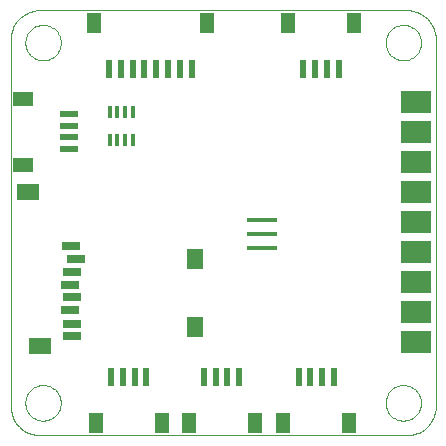
<source format=gbp>
G75*
G70*
%OFA0B0*%
%FSLAX24Y24*%
%IPPOS*%
%LPD*%
%AMOC8*
5,1,8,0,0,1.08239X$1,22.5*
%
%ADD10C,0.0000*%
%ADD11R,0.0610X0.0236*%
%ADD12R,0.0709X0.0472*%
%ADD13R,0.0236X0.0610*%
%ADD14R,0.0472X0.0709*%
%ADD15R,0.1000X0.0750*%
%ADD16R,0.0177X0.0394*%
%ADD17R,0.1024X0.0157*%
%ADD18R,0.0551X0.0709*%
%ADD19R,0.0748X0.0551*%
%ADD20R,0.0591X0.0315*%
D10*
X011483Y005999D02*
X011483Y018203D01*
X011485Y018265D01*
X011491Y018326D01*
X011500Y018387D01*
X011514Y018448D01*
X011531Y018507D01*
X011552Y018565D01*
X011577Y018622D01*
X011605Y018677D01*
X011636Y018730D01*
X011671Y018781D01*
X011709Y018830D01*
X011750Y018877D01*
X011793Y018920D01*
X011840Y018961D01*
X011889Y018999D01*
X011940Y019034D01*
X011993Y019065D01*
X012048Y019093D01*
X012105Y019118D01*
X012163Y019139D01*
X012222Y019156D01*
X012283Y019170D01*
X012344Y019179D01*
X012405Y019185D01*
X012467Y019187D01*
X012467Y019188D02*
X024672Y019188D01*
X024672Y019187D02*
X024734Y019185D01*
X024795Y019179D01*
X024856Y019170D01*
X024917Y019156D01*
X024976Y019139D01*
X025034Y019118D01*
X025091Y019093D01*
X025146Y019065D01*
X025199Y019034D01*
X025250Y018999D01*
X025299Y018961D01*
X025346Y018920D01*
X025389Y018877D01*
X025430Y018830D01*
X025468Y018781D01*
X025503Y018730D01*
X025534Y018677D01*
X025562Y018622D01*
X025587Y018565D01*
X025608Y018507D01*
X025625Y018448D01*
X025639Y018387D01*
X025648Y018326D01*
X025654Y018265D01*
X025656Y018203D01*
X025656Y005999D01*
X025654Y005937D01*
X025648Y005876D01*
X025639Y005815D01*
X025625Y005754D01*
X025608Y005695D01*
X025587Y005637D01*
X025562Y005580D01*
X025534Y005525D01*
X025503Y005472D01*
X025468Y005421D01*
X025430Y005372D01*
X025389Y005325D01*
X025346Y005282D01*
X025299Y005241D01*
X025250Y005203D01*
X025199Y005168D01*
X025146Y005137D01*
X025091Y005109D01*
X025034Y005084D01*
X024976Y005063D01*
X024917Y005046D01*
X024856Y005032D01*
X024795Y005023D01*
X024734Y005017D01*
X024672Y005015D01*
X024672Y005014D02*
X012467Y005014D01*
X012467Y005015D02*
X012405Y005017D01*
X012344Y005023D01*
X012283Y005032D01*
X012222Y005046D01*
X012163Y005063D01*
X012105Y005084D01*
X012048Y005109D01*
X011993Y005137D01*
X011940Y005168D01*
X011889Y005203D01*
X011840Y005241D01*
X011793Y005282D01*
X011750Y005325D01*
X011709Y005372D01*
X011671Y005421D01*
X011636Y005472D01*
X011605Y005525D01*
X011577Y005580D01*
X011552Y005637D01*
X011531Y005695D01*
X011514Y005754D01*
X011500Y005815D01*
X011491Y005876D01*
X011485Y005937D01*
X011483Y005999D01*
X011975Y006097D02*
X011977Y006145D01*
X011983Y006193D01*
X011993Y006240D01*
X012006Y006286D01*
X012024Y006331D01*
X012044Y006375D01*
X012069Y006417D01*
X012097Y006456D01*
X012127Y006493D01*
X012161Y006527D01*
X012198Y006559D01*
X012236Y006588D01*
X012277Y006613D01*
X012320Y006635D01*
X012365Y006653D01*
X012411Y006667D01*
X012458Y006678D01*
X012506Y006685D01*
X012554Y006688D01*
X012602Y006687D01*
X012650Y006682D01*
X012698Y006673D01*
X012744Y006661D01*
X012789Y006644D01*
X012833Y006624D01*
X012875Y006601D01*
X012915Y006574D01*
X012953Y006544D01*
X012988Y006511D01*
X013020Y006475D01*
X013050Y006437D01*
X013076Y006396D01*
X013098Y006353D01*
X013118Y006309D01*
X013133Y006264D01*
X013145Y006217D01*
X013153Y006169D01*
X013157Y006121D01*
X013157Y006073D01*
X013153Y006025D01*
X013145Y005977D01*
X013133Y005930D01*
X013118Y005885D01*
X013098Y005841D01*
X013076Y005798D01*
X013050Y005757D01*
X013020Y005719D01*
X012988Y005683D01*
X012953Y005650D01*
X012915Y005620D01*
X012875Y005593D01*
X012833Y005570D01*
X012789Y005550D01*
X012744Y005533D01*
X012698Y005521D01*
X012650Y005512D01*
X012602Y005507D01*
X012554Y005506D01*
X012506Y005509D01*
X012458Y005516D01*
X012411Y005527D01*
X012365Y005541D01*
X012320Y005559D01*
X012277Y005581D01*
X012236Y005606D01*
X012198Y005635D01*
X012161Y005667D01*
X012127Y005701D01*
X012097Y005738D01*
X012069Y005777D01*
X012044Y005819D01*
X012024Y005863D01*
X012006Y005908D01*
X011993Y005954D01*
X011983Y006001D01*
X011977Y006049D01*
X011975Y006097D01*
X023983Y006097D02*
X023985Y006145D01*
X023991Y006193D01*
X024001Y006240D01*
X024014Y006286D01*
X024032Y006331D01*
X024052Y006375D01*
X024077Y006417D01*
X024105Y006456D01*
X024135Y006493D01*
X024169Y006527D01*
X024206Y006559D01*
X024244Y006588D01*
X024285Y006613D01*
X024328Y006635D01*
X024373Y006653D01*
X024419Y006667D01*
X024466Y006678D01*
X024514Y006685D01*
X024562Y006688D01*
X024610Y006687D01*
X024658Y006682D01*
X024706Y006673D01*
X024752Y006661D01*
X024797Y006644D01*
X024841Y006624D01*
X024883Y006601D01*
X024923Y006574D01*
X024961Y006544D01*
X024996Y006511D01*
X025028Y006475D01*
X025058Y006437D01*
X025084Y006396D01*
X025106Y006353D01*
X025126Y006309D01*
X025141Y006264D01*
X025153Y006217D01*
X025161Y006169D01*
X025165Y006121D01*
X025165Y006073D01*
X025161Y006025D01*
X025153Y005977D01*
X025141Y005930D01*
X025126Y005885D01*
X025106Y005841D01*
X025084Y005798D01*
X025058Y005757D01*
X025028Y005719D01*
X024996Y005683D01*
X024961Y005650D01*
X024923Y005620D01*
X024883Y005593D01*
X024841Y005570D01*
X024797Y005550D01*
X024752Y005533D01*
X024706Y005521D01*
X024658Y005512D01*
X024610Y005507D01*
X024562Y005506D01*
X024514Y005509D01*
X024466Y005516D01*
X024419Y005527D01*
X024373Y005541D01*
X024328Y005559D01*
X024285Y005581D01*
X024244Y005606D01*
X024206Y005635D01*
X024169Y005667D01*
X024135Y005701D01*
X024105Y005738D01*
X024077Y005777D01*
X024052Y005819D01*
X024032Y005863D01*
X024014Y005908D01*
X024001Y005954D01*
X023991Y006001D01*
X023985Y006049D01*
X023983Y006097D01*
X023983Y018105D02*
X023985Y018153D01*
X023991Y018201D01*
X024001Y018248D01*
X024014Y018294D01*
X024032Y018339D01*
X024052Y018383D01*
X024077Y018425D01*
X024105Y018464D01*
X024135Y018501D01*
X024169Y018535D01*
X024206Y018567D01*
X024244Y018596D01*
X024285Y018621D01*
X024328Y018643D01*
X024373Y018661D01*
X024419Y018675D01*
X024466Y018686D01*
X024514Y018693D01*
X024562Y018696D01*
X024610Y018695D01*
X024658Y018690D01*
X024706Y018681D01*
X024752Y018669D01*
X024797Y018652D01*
X024841Y018632D01*
X024883Y018609D01*
X024923Y018582D01*
X024961Y018552D01*
X024996Y018519D01*
X025028Y018483D01*
X025058Y018445D01*
X025084Y018404D01*
X025106Y018361D01*
X025126Y018317D01*
X025141Y018272D01*
X025153Y018225D01*
X025161Y018177D01*
X025165Y018129D01*
X025165Y018081D01*
X025161Y018033D01*
X025153Y017985D01*
X025141Y017938D01*
X025126Y017893D01*
X025106Y017849D01*
X025084Y017806D01*
X025058Y017765D01*
X025028Y017727D01*
X024996Y017691D01*
X024961Y017658D01*
X024923Y017628D01*
X024883Y017601D01*
X024841Y017578D01*
X024797Y017558D01*
X024752Y017541D01*
X024706Y017529D01*
X024658Y017520D01*
X024610Y017515D01*
X024562Y017514D01*
X024514Y017517D01*
X024466Y017524D01*
X024419Y017535D01*
X024373Y017549D01*
X024328Y017567D01*
X024285Y017589D01*
X024244Y017614D01*
X024206Y017643D01*
X024169Y017675D01*
X024135Y017709D01*
X024105Y017746D01*
X024077Y017785D01*
X024052Y017827D01*
X024032Y017871D01*
X024014Y017916D01*
X024001Y017962D01*
X023991Y018009D01*
X023985Y018057D01*
X023983Y018105D01*
X011975Y018105D02*
X011977Y018153D01*
X011983Y018201D01*
X011993Y018248D01*
X012006Y018294D01*
X012024Y018339D01*
X012044Y018383D01*
X012069Y018425D01*
X012097Y018464D01*
X012127Y018501D01*
X012161Y018535D01*
X012198Y018567D01*
X012236Y018596D01*
X012277Y018621D01*
X012320Y018643D01*
X012365Y018661D01*
X012411Y018675D01*
X012458Y018686D01*
X012506Y018693D01*
X012554Y018696D01*
X012602Y018695D01*
X012650Y018690D01*
X012698Y018681D01*
X012744Y018669D01*
X012789Y018652D01*
X012833Y018632D01*
X012875Y018609D01*
X012915Y018582D01*
X012953Y018552D01*
X012988Y018519D01*
X013020Y018483D01*
X013050Y018445D01*
X013076Y018404D01*
X013098Y018361D01*
X013118Y018317D01*
X013133Y018272D01*
X013145Y018225D01*
X013153Y018177D01*
X013157Y018129D01*
X013157Y018081D01*
X013153Y018033D01*
X013145Y017985D01*
X013133Y017938D01*
X013118Y017893D01*
X013098Y017849D01*
X013076Y017806D01*
X013050Y017765D01*
X013020Y017727D01*
X012988Y017691D01*
X012953Y017658D01*
X012915Y017628D01*
X012875Y017601D01*
X012833Y017578D01*
X012789Y017558D01*
X012744Y017541D01*
X012698Y017529D01*
X012650Y017520D01*
X012602Y017515D01*
X012554Y017514D01*
X012506Y017517D01*
X012458Y017524D01*
X012411Y017535D01*
X012365Y017549D01*
X012320Y017567D01*
X012277Y017589D01*
X012236Y017614D01*
X012198Y017643D01*
X012161Y017675D01*
X012127Y017709D01*
X012097Y017746D01*
X012069Y017785D01*
X012044Y017827D01*
X012024Y017871D01*
X012006Y017916D01*
X011993Y017962D01*
X011983Y018009D01*
X011977Y018057D01*
X011975Y018105D01*
D11*
X013436Y015730D03*
X013436Y015336D03*
X013436Y014943D03*
X013436Y014549D03*
D12*
X011910Y014037D03*
X011910Y016242D03*
D13*
X014761Y017218D03*
X015155Y017218D03*
X015549Y017218D03*
X015943Y017218D03*
X016336Y017218D03*
X016730Y017218D03*
X017124Y017218D03*
X017517Y017218D03*
X021236Y017218D03*
X021630Y017218D03*
X022024Y017218D03*
X022417Y017218D03*
X022261Y006967D03*
X021867Y006967D03*
X021474Y006967D03*
X021080Y006967D03*
X019105Y006967D03*
X018711Y006967D03*
X018318Y006967D03*
X017924Y006967D03*
X016011Y006967D03*
X015617Y006967D03*
X015224Y006967D03*
X014830Y006967D03*
D14*
X014318Y005441D03*
X016523Y005441D03*
X017412Y005441D03*
X019617Y005441D03*
X020568Y005441D03*
X022773Y005441D03*
X022929Y018744D03*
X020725Y018744D03*
X018029Y018744D03*
X014250Y018744D03*
D15*
X025008Y016139D03*
X025008Y015139D03*
X025008Y014139D03*
X025008Y013139D03*
X025008Y012139D03*
X025008Y011139D03*
X025008Y010139D03*
X025008Y009139D03*
X025008Y008139D03*
D16*
X015554Y014845D03*
X015299Y014845D03*
X015043Y014845D03*
X014787Y014845D03*
X014787Y015809D03*
X015043Y015809D03*
X015299Y015809D03*
X015554Y015809D03*
D17*
X019858Y012206D03*
X019858Y011733D03*
X019858Y011261D03*
D18*
X017638Y010878D03*
X017638Y008634D03*
D19*
X012461Y008004D03*
X012067Y013131D03*
D20*
X013497Y011321D03*
X013654Y010879D03*
X013523Y010463D03*
X013472Y010033D03*
X013533Y009618D03*
X013475Y009178D03*
X013536Y008741D03*
X013536Y008319D03*
M02*

</source>
